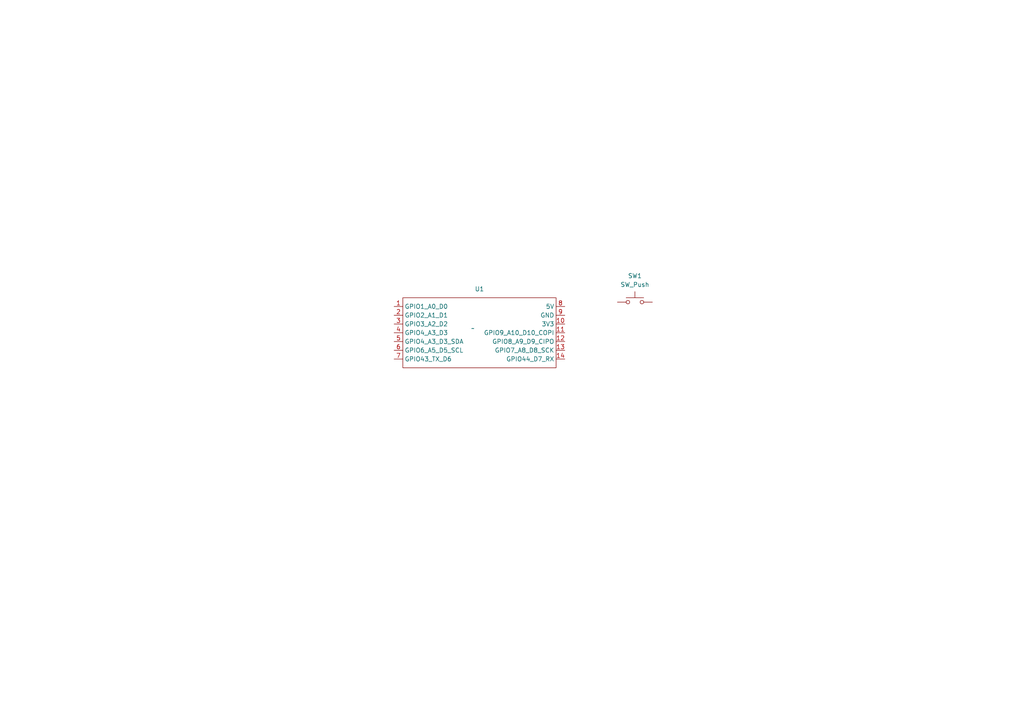
<source format=kicad_sch>
(kicad_sch (version 20230121) (generator eeschema)
  (paper "A4")
  (lib_symbols
    (symbol "Switch:SW_Push" (pin_numbers hide) (pin_names (offset 1.016) hide)
      (property "Reference" "SW" (at 1.27 2.54 0))
      (property "Value" "SW_Push" (at 0 -1.524 0))
      (symbol "SW_Push_0_1"
        (circle (center -2.032 0) (radius 0.508))
        (polyline (pts (xy 0 1.27) (xy 0 3.048)))
        (polyline (pts (xy 2.54 1.27) (xy -2.54 1.27)))
        (circle (center 2.032 0) (radius 0.508))
        (pin passive line (at -5.08 0 0) (length 2.54) (name "1") (number "1"))
        (pin passive line (at 5.08 0 180) (length 2.54) (name "2") (number "2"))
      )
    )
    (symbol "XiaoESP32 S3:XIAO_ESP32_SENSE"
      (property "Reference" "U" (at 0 0 0))
      (symbol "XIAO_ESP32_SENSE_0_1"
        (polyline (pts (xy -20.32 8.89) (xy -20.32 -11.43) (xy 24.13 -11.43) (xy 24.13 8.89) (xy -20.32 8.89)))
      )
      (symbol "XIAO_ESP32_SENSE_1_1"
        (pin bidirectional line (at -22.86 6.35 0) (length 2.54) (name "GPIO1_A0_D0") (number "1"))
        (pin bidirectional line (at 26.67 1.27 180) (length 2.54) (name "3V3") (number "10"))
        (pin bidirectional line (at 26.67 -1.27 180) (length 2.54) (name "GPIO9_A10_D10_COPI") (number "11"))
        (pin bidirectional line (at 26.67 -3.81 180) (length 2.54) (name "GPIO8_A9_D9_CIPO") (number "12"))
        (pin bidirectional line (at 26.67 -6.35 180) (length 2.54) (name "GPIO7_A8_D8_SCK") (number "13"))
        (pin bidirectional line (at 26.67 -8.89 180) (length 2.54) (name "GPIO44_D7_RX") (number "14"))
        (pin bidirectional line (at -22.86 3.81 0) (length 2.54) (name "GPIO2_A1_D1") (number "2"))
        (pin bidirectional line (at -22.86 1.27 0) (length 2.54) (name "GPIO3_A2_D2") (number "3"))
        (pin bidirectional line (at -22.86 -1.27 0) (length 2.54) (name "GPIO4_A3_D3") (number "4"))
        (pin bidirectional line (at -22.86 -3.81 0) (length 2.54) (name "GPIO4_A3_D3_SDA") (number "5"))
        (pin bidirectional line (at -22.86 -6.35 0) (length 2.54) (name "GPIO6_A5_D5_SCL") (number "6"))
        (pin bidirectional line (at -22.86 -8.89 0) (length 2.54) (name "GPIO43_TX_D6") (number "7"))
        (pin bidirectional line (at 26.67 6.35 180) (length 2.54) (name "5V") (number "8"))
        (pin bidirectional line (at 26.67 3.81 180) (length 2.54) (name "GND") (number "9"))
      )
    )
  )
  (symbol (lib_id "XiaoESP32 S3:XIAO_ESP32_SENSE") (at 137.16 95.25 0) (unit 1)
    (property "Reference" "U1" (at 139.065 83.82 0))
    (property "Value" "~" (at 137.16 95.25 0))
    (property "Footprint" "xiao-esp32:XIAO_ESP32_SENSE" (effects hide))
  )
  (symbol (lib_id "Switch:SW_Push") (at 184.15 87.63 0) (unit 1)
    (property "Reference" "SW1" (at 184.15 80.01 0))
    (property "Value" "SW_Push" (at 184.15 82.55 0))
  )
)
</source>
